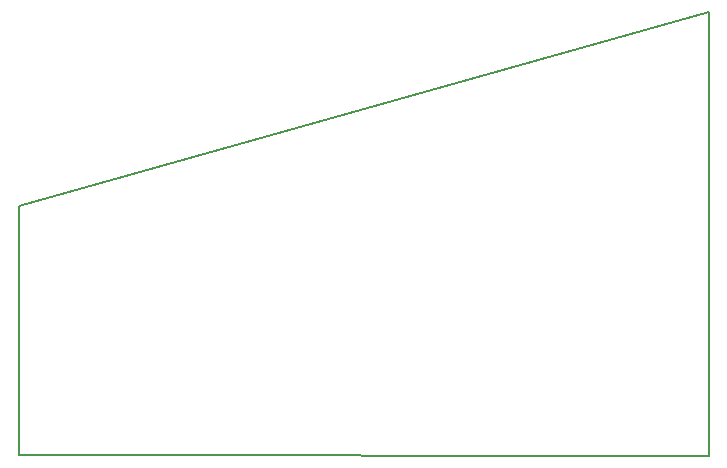
<source format=gbr>
G04 #@! TF.GenerationSoftware,KiCad,Pcbnew,(5.1.10-1-10_14)*
G04 #@! TF.CreationDate,2021-10-01T01:12:16-04:00*
G04 #@! TF.ProjectId,throttle,7468726f-7474-46c6-952e-6b696361645f,rev?*
G04 #@! TF.SameCoordinates,Original*
G04 #@! TF.FileFunction,Profile,NP*
%FSLAX46Y46*%
G04 Gerber Fmt 4.6, Leading zero omitted, Abs format (unit mm)*
G04 Created by KiCad (PCBNEW (5.1.10-1-10_14)) date 2021-10-01 01:12:16*
%MOMM*%
%LPD*%
G01*
G04 APERTURE LIST*
G04 #@! TA.AperFunction,Profile*
%ADD10C,0.200000*%
G04 #@! TD*
G04 APERTURE END LIST*
D10*
X227939600Y-60045600D02*
X169468800Y-76428600D01*
X227914200Y-97586800D02*
X227939600Y-60045600D01*
X169468800Y-97561400D02*
X227914200Y-97586800D01*
X169468800Y-76428600D02*
X169468800Y-97561400D01*
M02*

</source>
